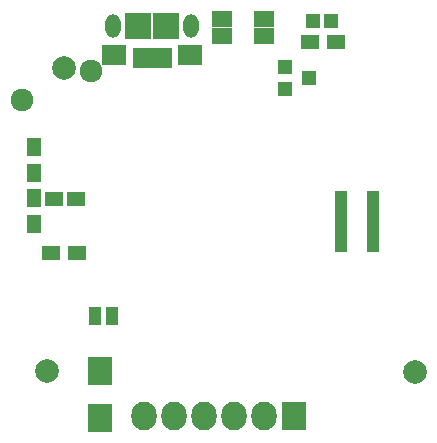
<source format=gbs>
G04 #@! TF.FileFunction,Soldermask,Bot*
%FSLAX46Y46*%
G04 Gerber Fmt 4.6, Leading zero omitted, Abs format (unit mm)*
G04 Created by KiCad (PCBNEW 4.0.1-stable) date Tuesday, May 24, 2016 'PMt' 11:55:59 PM*
%MOMM*%
G01*
G04 APERTURE LIST*
%ADD10C,0.100000*%
%ADD11C,2.000000*%
%ADD12R,2.000000X2.400000*%
%ADD13R,1.600000X1.150000*%
%ADD14R,1.200100X1.200100*%
%ADD15R,1.197560X1.197560*%
%ADD16R,0.999440X1.598880*%
%ADD17R,2.127200X2.432000*%
%ADD18O,2.127200X2.432000*%
%ADD19R,2.000000X1.800000*%
%ADD20R,0.800000X1.750000*%
%ADD21R,2.300000X2.300000*%
%ADD22O,1.300000X2.000000*%
%ADD23R,1.060000X0.630000*%
%ADD24R,1.060000X0.750000*%
%ADD25C,1.924000*%
%ADD26R,1.600000X1.300000*%
%ADD27R,1.300000X1.600000*%
%ADD28R,1.800000X1.450000*%
G04 APERTURE END LIST*
D10*
D11*
X164590000Y-120760000D03*
X134800000Y-94970000D03*
X133430000Y-120660000D03*
D12*
X137920000Y-124650000D03*
X137920000Y-120650000D03*
D13*
X135890000Y-106080000D03*
X133990000Y-106080000D03*
D14*
X153540000Y-96790000D03*
X153540000Y-94890000D03*
X155538980Y-95840000D03*
D15*
X157429300Y-91050000D03*
X155930700Y-91050000D03*
D16*
X138901040Y-115960000D03*
X137498960Y-115960000D03*
D17*
X154330000Y-124440000D03*
D18*
X151790000Y-124440000D03*
X149250000Y-124440000D03*
X146710000Y-124440000D03*
X144170000Y-124440000D03*
X141630000Y-124440000D03*
D19*
X139100000Y-93900000D03*
X145500000Y-93900000D03*
D20*
X141000000Y-94125000D03*
X141650000Y-94125000D03*
X142300000Y-94125000D03*
X142950000Y-94125000D03*
X143600000Y-94125000D03*
D21*
X141100000Y-91450000D03*
X143500000Y-91450000D03*
D22*
X139000000Y-91450000D03*
X145600000Y-91450000D03*
D23*
X161005000Y-106200000D03*
X158295000Y-106200000D03*
X161005000Y-109800000D03*
X158295000Y-109800000D03*
D24*
X161005000Y-105725000D03*
X158295000Y-105725000D03*
X161005000Y-110275000D03*
X158295000Y-110275000D03*
D23*
X158295000Y-109400000D03*
X161005000Y-109400000D03*
X158295000Y-109000000D03*
X161005000Y-109000000D03*
X158295000Y-108600000D03*
X161005000Y-108600000D03*
X158295000Y-108200000D03*
X161005000Y-108200000D03*
X158295000Y-107800000D03*
X161005000Y-107800000D03*
X158295000Y-107400000D03*
X161005000Y-107400000D03*
X158295000Y-107000000D03*
X161005000Y-107000000D03*
X158295000Y-106600000D03*
X161005000Y-106600000D03*
D25*
X131260000Y-97700000D03*
X137150000Y-95260000D03*
D26*
X135940000Y-110690000D03*
X133740000Y-110690000D03*
D27*
X132280000Y-101660000D03*
X132280000Y-103860000D03*
X132290000Y-108190000D03*
X132290000Y-105990000D03*
D26*
X155660000Y-92830000D03*
X157860000Y-92830000D03*
D28*
X151790000Y-92260000D03*
X148190000Y-92260000D03*
X151790000Y-90810000D03*
X148190000Y-90810000D03*
M02*

</source>
